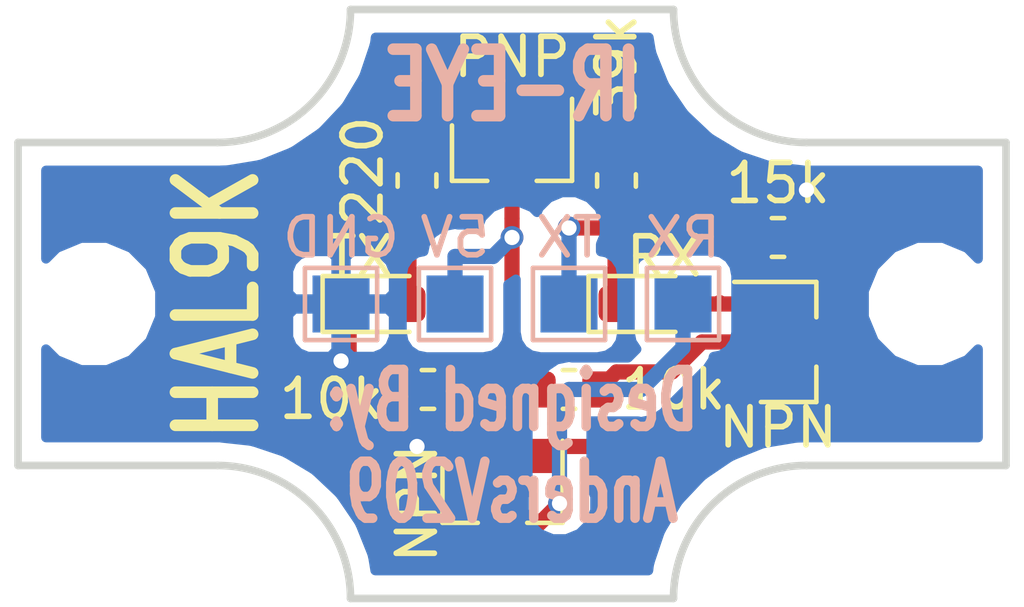
<source format=kicad_pcb>
(kicad_pcb (version 20171130) (host pcbnew "(5.0.1)-4")

  (general
    (thickness 1.6002)
    (drawings 29)
    (tracks 60)
    (zones 0)
    (modules 16)
    (nets 11)
  )

  (page A4)
  (title_block
    (date "16 jan 2014")
  )

  (layers
    (0 Front signal)
    (31 Back signal)
    (32 B.Adhes user)
    (33 F.Adhes user)
    (34 B.Paste user)
    (35 F.Paste user)
    (36 B.SilkS user)
    (37 F.SilkS user)
    (38 B.Mask user)
    (39 F.Mask user)
    (40 Dwgs.User user)
    (41 Cmts.User user hide)
    (42 Eco1.User user hide)
    (43 Eco2.User user hide)
    (44 Edge.Cuts user)
    (45 Margin user)
    (46 B.CrtYd user hide)
    (47 F.CrtYd user hide)
    (48 B.Fab user hide)
    (49 F.Fab user hide)
  )

  (setup
    (last_trace_width 0.2)
    (user_trace_width 0.3)
    (user_trace_width 0.4)
    (user_trace_width 0.6)
    (trace_clearance 0.254)
    (zone_clearance 0.508)
    (zone_45_only no)
    (trace_min 0.2)
    (segment_width 0.2)
    (edge_width 0.2)
    (via_size 0.6)
    (via_drill 0.4)
    (via_min_size 0.6)
    (via_min_drill 0.3)
    (uvia_size 0.508)
    (uvia_drill 0.127)
    (uvias_allowed no)
    (uvia_min_size 0.508)
    (uvia_min_drill 0.127)
    (pcb_text_width 0.3048)
    (pcb_text_size 1.524 2.032)
    (mod_edge_width 0.381)
    (mod_text_size 1.524 1.524)
    (mod_text_width 0.3048)
    (pad_size 1.5 1.5)
    (pad_drill 0)
    (pad_to_mask_clearance 0.254)
    (solder_mask_min_width 0.25)
    (aux_axis_origin 0 0)
    (visible_elements 7FFFFFFF)
    (pcbplotparams
      (layerselection 0x010f0_ffffffff)
      (usegerberextensions true)
      (usegerberattributes false)
      (usegerberadvancedattributes false)
      (creategerberjobfile false)
      (excludeedgelayer true)
      (linewidth 0.150000)
      (plotframeref false)
      (viasonmask false)
      (mode 1)
      (useauxorigin false)
      (hpglpennumber 1)
      (hpglpenspeed 20)
      (hpglpendiameter 15.000000)
      (psnegative false)
      (psa4output false)
      (plotreference true)
      (plotvalue true)
      (plotinvisibletext false)
      (padsonsilk false)
      (subtractmaskfromsilk false)
      (outputformat 1)
      (mirror false)
      (drillshape 0)
      (scaleselection 1)
      (outputdirectory "output/"))
  )

  (net 0 "")
  (net 1 GND)
  (net 2 RX)
  (net 3 TX)
  (net 4 +5V)
  (net 5 "Net-(Q1-Pad1)")
  (net 6 "Net-(Q1-Pad2)")
  (net 7 "Net-(Q2-Pad3)")
  (net 8 "Net-(Q2-Pad2)")
  (net 9 "Net-(D1-Pad2)")
  (net 10 "Net-(D2-Pad2)")

  (net_class Default "This is the default net class."
    (clearance 0.254)
    (trace_width 0.2)
    (via_dia 0.6)
    (via_drill 0.4)
    (uvia_dia 0.508)
    (uvia_drill 0.127)
    (add_net +5V)
    (add_net GND)
    (add_net "Net-(D1-Pad2)")
    (add_net "Net-(D2-Pad2)")
    (add_net "Net-(Q1-Pad1)")
    (add_net "Net-(Q1-Pad2)")
    (add_net "Net-(Q2-Pad2)")
    (add_net "Net-(Q2-Pad3)")
    (add_net RX)
    (add_net TX)
  )

  (module Package_TO_SOT_SMD:SOT-23 (layer Front) (tedit 5C95E356) (tstamp 5C995CE8)
    (at 45 41 270)
    (descr "SOT-23, Standard")
    (tags SOT-23)
    (path /5C8CDC16)
    (attr smd)
    (fp_text reference Q1 (at 0 -2.5 270) (layer F.Fab)
      (effects (font (size 1 1) (thickness 0.15)))
    )
    (fp_text value PNP (at -2.5 0) (layer F.SilkS)
      (effects (font (size 1 1) (thickness 0.15)))
    )
    (fp_text user %R (at 0 0) (layer F.Fab)
      (effects (font (size 0.5 0.5) (thickness 0.075)))
    )
    (fp_line (start -0.7 -0.95) (end -0.7 1.5) (layer F.Fab) (width 0.1))
    (fp_line (start -0.15 -1.52) (end 0.7 -1.52) (layer F.Fab) (width 0.1))
    (fp_line (start -0.7 -0.95) (end -0.15 -1.52) (layer F.Fab) (width 0.1))
    (fp_line (start 0.7 -1.52) (end 0.7 1.52) (layer F.Fab) (width 0.1))
    (fp_line (start -0.7 1.52) (end 0.7 1.52) (layer F.Fab) (width 0.1))
    (fp_line (start 0.76 1.58) (end 0.76 0.65) (layer F.SilkS) (width 0.12))
    (fp_line (start 0.76 -1.58) (end 0.76 -0.65) (layer F.SilkS) (width 0.12))
    (fp_line (start -1.7 -1.75) (end 1.7 -1.75) (layer F.CrtYd) (width 0.05))
    (fp_line (start 1.7 -1.75) (end 1.7 1.75) (layer F.CrtYd) (width 0.05))
    (fp_line (start 1.7 1.75) (end -1.7 1.75) (layer F.CrtYd) (width 0.05))
    (fp_line (start -1.7 1.75) (end -1.7 -1.75) (layer F.CrtYd) (width 0.05))
    (fp_line (start 0.76 -1.58) (end -1.4 -1.58) (layer F.SilkS) (width 0.12))
    (fp_line (start 0.76 1.58) (end -0.7 1.58) (layer F.SilkS) (width 0.12))
    (pad 1 smd rect (at -1 -0.95 270) (size 0.9 0.8) (layers Front F.Paste F.Mask)
      (net 5 "Net-(Q1-Pad1)"))
    (pad 2 smd rect (at -1 0.95 270) (size 0.9 0.8) (layers Front F.Paste F.Mask)
      (net 6 "Net-(Q1-Pad2)"))
    (pad 3 smd rect (at 1 0 270) (size 0.9 0.8) (layers Front F.Paste F.Mask)
      (net 4 +5V))
    (model ${KISYS3DMOD}/Package_TO_SOT_SMD.3dshapes/SOT-23.wrl
      (at (xyz 0 0 0))
      (scale (xyz 1 1 1))
      (rotate (xyz 0 0 0))
    )
  )

  (module Package_TO_SOT_SMD:SOT-23 (layer Front) (tedit 5C95E349) (tstamp 5C93D09B)
    (at 52.25 46)
    (descr "SOT-23, Standard")
    (tags SOT-23)
    (path /5C8CDE9E)
    (attr smd)
    (fp_text reference Q2 (at 0 -2.5) (layer F.Fab)
      (effects (font (size 1 1) (thickness 0.15)))
    )
    (fp_text value NPN (at -0.25 2.25) (layer F.SilkS)
      (effects (font (size 1 1) (thickness 0.15)))
    )
    (fp_line (start 0.76 1.58) (end -0.7 1.58) (layer F.SilkS) (width 0.12))
    (fp_line (start 0.76 -1.58) (end -1.4 -1.58) (layer F.SilkS) (width 0.12))
    (fp_line (start -1.7 1.75) (end -1.7 -1.75) (layer F.CrtYd) (width 0.05))
    (fp_line (start 1.7 1.75) (end -1.7 1.75) (layer F.CrtYd) (width 0.05))
    (fp_line (start 1.7 -1.75) (end 1.7 1.75) (layer F.CrtYd) (width 0.05))
    (fp_line (start -1.7 -1.75) (end 1.7 -1.75) (layer F.CrtYd) (width 0.05))
    (fp_line (start 0.76 -1.58) (end 0.76 -0.65) (layer F.SilkS) (width 0.12))
    (fp_line (start 0.76 1.58) (end 0.76 0.65) (layer F.SilkS) (width 0.12))
    (fp_line (start -0.7 1.52) (end 0.7 1.52) (layer F.Fab) (width 0.1))
    (fp_line (start 0.7 -1.52) (end 0.7 1.52) (layer F.Fab) (width 0.1))
    (fp_line (start -0.7 -0.95) (end -0.15 -1.52) (layer F.Fab) (width 0.1))
    (fp_line (start -0.15 -1.52) (end 0.7 -1.52) (layer F.Fab) (width 0.1))
    (fp_line (start -0.7 -0.95) (end -0.7 1.5) (layer F.Fab) (width 0.1))
    (fp_text user %R (at 0 0 90) (layer F.Fab)
      (effects (font (size 0.5 0.5) (thickness 0.075)))
    )
    (pad 3 smd rect (at 1 0) (size 0.9 0.8) (layers Front F.Paste F.Mask)
      (net 7 "Net-(Q2-Pad3)"))
    (pad 2 smd rect (at -1 0.95) (size 0.9 0.8) (layers Front F.Paste F.Mask)
      (net 8 "Net-(Q2-Pad2)"))
    (pad 1 smd rect (at -1 -0.95) (size 0.9 0.8) (layers Front F.Paste F.Mask)
      (net 10 "Net-(D2-Pad2)"))
    (model ${KISYS3DMOD}/Package_TO_SOT_SMD.3dshapes/SOT-23.wrl
      (at (xyz 0 0 0))
      (scale (xyz 1 1 1))
      (rotate (xyz 0 0 0))
    )
  )

  (module Package_TO_SOT_SMD:SOT-23 (layer Front) (tedit 5C95E338) (tstamp 5C996A8F)
    (at 44.75 50 270)
    (descr "SOT-23, Standard")
    (tags SOT-23)
    (path /5C8CDF18)
    (attr smd)
    (fp_text reference Q3 (at 0 -2.5 270) (layer F.Fab)
      (effects (font (size 1 1) (thickness 0.15)))
    )
    (fp_text value NPN (at 0.25 2.25 270) (layer F.SilkS)
      (effects (font (size 1 1) (thickness 0.15)))
    )
    (fp_text user %R (at 0 0) (layer F.Fab)
      (effects (font (size 0.5 0.5) (thickness 0.075)))
    )
    (fp_line (start -0.7 -0.95) (end -0.7 1.5) (layer F.Fab) (width 0.1))
    (fp_line (start -0.15 -1.52) (end 0.7 -1.52) (layer F.Fab) (width 0.1))
    (fp_line (start -0.7 -0.95) (end -0.15 -1.52) (layer F.Fab) (width 0.1))
    (fp_line (start 0.7 -1.52) (end 0.7 1.52) (layer F.Fab) (width 0.1))
    (fp_line (start -0.7 1.52) (end 0.7 1.52) (layer F.Fab) (width 0.1))
    (fp_line (start 0.76 1.58) (end 0.76 0.65) (layer F.SilkS) (width 0.12))
    (fp_line (start 0.76 -1.58) (end 0.76 -0.65) (layer F.SilkS) (width 0.12))
    (fp_line (start -1.7 -1.75) (end 1.7 -1.75) (layer F.CrtYd) (width 0.05))
    (fp_line (start 1.7 -1.75) (end 1.7 1.75) (layer F.CrtYd) (width 0.05))
    (fp_line (start 1.7 1.75) (end -1.7 1.75) (layer F.CrtYd) (width 0.05))
    (fp_line (start -1.7 1.75) (end -1.7 -1.75) (layer F.CrtYd) (width 0.05))
    (fp_line (start 0.76 -1.58) (end -1.4 -1.58) (layer F.SilkS) (width 0.12))
    (fp_line (start 0.76 1.58) (end -0.7 1.58) (layer F.SilkS) (width 0.12))
    (pad 1 smd rect (at -1 -0.95 270) (size 0.9 0.8) (layers Front F.Paste F.Mask)
      (net 8 "Net-(Q2-Pad2)"))
    (pad 2 smd rect (at -1 0.95 270) (size 0.9 0.8) (layers Front F.Paste F.Mask)
      (net 1 GND))
    (pad 3 smd rect (at 1 0 270) (size 0.9 0.8) (layers Front F.Paste F.Mask)
      (net 2 RX))
    (model ${KISYS3DMOD}/Package_TO_SOT_SMD.3dshapes/SOT-23.wrl
      (at (xyz 0 0 0))
      (scale (xyz 1 1 1))
      (rotate (xyz 0 0 0))
    )
  )

  (module Resistor_SMD:R_0603_1608Metric (layer Front) (tedit 5C95E2BF) (tstamp 5CA05277)
    (at 47.75 41.75 90)
    (descr "Resistor SMD 0603 (1608 Metric), square (rectangular) end terminal, IPC_7351 nominal, (Body size source: http://www.tortai-tech.com/upload/download/2011102023233369053.pdf), generated with kicad-footprint-generator")
    (tags resistor)
    (path /51D5D637)
    (attr smd)
    (fp_text reference R1 (at 0 -1.43 90) (layer F.Fab)
      (effects (font (size 1 1) (thickness 0.15)))
    )
    (fp_text value 39k (at 3 0 90) (layer F.SilkS)
      (effects (font (size 1 1) (thickness 0.15)))
    )
    (fp_line (start -0.8 0.4) (end -0.8 -0.4) (layer F.Fab) (width 0.1))
    (fp_line (start -0.8 -0.4) (end 0.8 -0.4) (layer F.Fab) (width 0.1))
    (fp_line (start 0.8 -0.4) (end 0.8 0.4) (layer F.Fab) (width 0.1))
    (fp_line (start 0.8 0.4) (end -0.8 0.4) (layer F.Fab) (width 0.1))
    (fp_line (start -0.162779 -0.51) (end 0.162779 -0.51) (layer F.SilkS) (width 0.12))
    (fp_line (start -0.162779 0.51) (end 0.162779 0.51) (layer F.SilkS) (width 0.12))
    (fp_line (start -1.48 0.73) (end -1.48 -0.73) (layer F.CrtYd) (width 0.05))
    (fp_line (start -1.48 -0.73) (end 1.48 -0.73) (layer F.CrtYd) (width 0.05))
    (fp_line (start 1.48 -0.73) (end 1.48 0.73) (layer F.CrtYd) (width 0.05))
    (fp_line (start 1.48 0.73) (end -1.48 0.73) (layer F.CrtYd) (width 0.05))
    (fp_text user %R (at 0 0 90) (layer F.Fab)
      (effects (font (size 0.4 0.4) (thickness 0.06)))
    )
    (pad 1 smd roundrect (at -0.7875 0 90) (size 0.875 0.95) (layers Front F.Paste F.Mask) (roundrect_rratio 0.25)
      (net 3 TX))
    (pad 2 smd roundrect (at 0.7875 0 90) (size 0.875 0.95) (layers Front F.Paste F.Mask) (roundrect_rratio 0.25)
      (net 5 "Net-(Q1-Pad1)"))
    (model ${KISYS3DMOD}/Resistor_SMD.3dshapes/R_0603_1608Metric.wrl
      (at (xyz 0 0 0))
      (scale (xyz 1 1 1))
      (rotate (xyz 0 0 0))
    )
  )

  (module Resistor_SMD:R_0603_1608Metric (layer Front) (tedit 5C95E2B6) (tstamp 5CA05287)
    (at 42.5 41.75 270)
    (descr "Resistor SMD 0603 (1608 Metric), square (rectangular) end terminal, IPC_7351 nominal, (Body size source: http://www.tortai-tech.com/upload/download/2011102023233369053.pdf), generated with kicad-footprint-generator")
    (tags resistor)
    (path /51D5D6E0)
    (attr smd)
    (fp_text reference R2 (at 0 -1.43 270) (layer F.Fab)
      (effects (font (size 1 1) (thickness 0.15)))
    )
    (fp_text value 220 (at -0.25 1.43 270) (layer F.SilkS)
      (effects (font (size 1 1) (thickness 0.15)))
    )
    (fp_text user %R (at 0 0 270) (layer F.Fab)
      (effects (font (size 0.4 0.4) (thickness 0.06)))
    )
    (fp_line (start 1.48 0.73) (end -1.48 0.73) (layer F.CrtYd) (width 0.05))
    (fp_line (start 1.48 -0.73) (end 1.48 0.73) (layer F.CrtYd) (width 0.05))
    (fp_line (start -1.48 -0.73) (end 1.48 -0.73) (layer F.CrtYd) (width 0.05))
    (fp_line (start -1.48 0.73) (end -1.48 -0.73) (layer F.CrtYd) (width 0.05))
    (fp_line (start -0.162779 0.51) (end 0.162779 0.51) (layer F.SilkS) (width 0.12))
    (fp_line (start -0.162779 -0.51) (end 0.162779 -0.51) (layer F.SilkS) (width 0.12))
    (fp_line (start 0.8 0.4) (end -0.8 0.4) (layer F.Fab) (width 0.1))
    (fp_line (start 0.8 -0.4) (end 0.8 0.4) (layer F.Fab) (width 0.1))
    (fp_line (start -0.8 -0.4) (end 0.8 -0.4) (layer F.Fab) (width 0.1))
    (fp_line (start -0.8 0.4) (end -0.8 -0.4) (layer F.Fab) (width 0.1))
    (pad 2 smd roundrect (at 0.7875 0 270) (size 0.875 0.95) (layers Front F.Paste F.Mask) (roundrect_rratio 0.25)
      (net 9 "Net-(D1-Pad2)"))
    (pad 1 smd roundrect (at -0.7875 0 270) (size 0.875 0.95) (layers Front F.Paste F.Mask) (roundrect_rratio 0.25)
      (net 6 "Net-(Q1-Pad2)"))
    (model ${KISYS3DMOD}/Resistor_SMD.3dshapes/R_0603_1608Metric.wrl
      (at (xyz 0 0 0))
      (scale (xyz 1 1 1))
      (rotate (xyz 0 0 0))
    )
  )

  (module Resistor_SMD:R_0603_1608Metric (layer Front) (tedit 5C95E2C9) (tstamp 5CA05297)
    (at 52 43.25 180)
    (descr "Resistor SMD 0603 (1608 Metric), square (rectangular) end terminal, IPC_7351 nominal, (Body size source: http://www.tortai-tech.com/upload/download/2011102023233369053.pdf), generated with kicad-footprint-generator")
    (tags resistor)
    (path /51FBDA21)
    (attr smd)
    (fp_text reference R3 (at 0 -1.43 180) (layer F.Fab)
      (effects (font (size 1 1) (thickness 0.15)))
    )
    (fp_text value 15k (at 0 1.43 180) (layer F.SilkS)
      (effects (font (size 1 1) (thickness 0.15)))
    )
    (fp_line (start -0.8 0.4) (end -0.8 -0.4) (layer F.Fab) (width 0.1))
    (fp_line (start -0.8 -0.4) (end 0.8 -0.4) (layer F.Fab) (width 0.1))
    (fp_line (start 0.8 -0.4) (end 0.8 0.4) (layer F.Fab) (width 0.1))
    (fp_line (start 0.8 0.4) (end -0.8 0.4) (layer F.Fab) (width 0.1))
    (fp_line (start -0.162779 -0.51) (end 0.162779 -0.51) (layer F.SilkS) (width 0.12))
    (fp_line (start -0.162779 0.51) (end 0.162779 0.51) (layer F.SilkS) (width 0.12))
    (fp_line (start -1.48 0.73) (end -1.48 -0.73) (layer F.CrtYd) (width 0.05))
    (fp_line (start -1.48 -0.73) (end 1.48 -0.73) (layer F.CrtYd) (width 0.05))
    (fp_line (start 1.48 -0.73) (end 1.48 0.73) (layer F.CrtYd) (width 0.05))
    (fp_line (start 1.48 0.73) (end -1.48 0.73) (layer F.CrtYd) (width 0.05))
    (fp_text user %R (at 0 0 180) (layer F.Fab)
      (effects (font (size 0.4 0.4) (thickness 0.06)))
    )
    (pad 1 smd roundrect (at -0.7875 0 180) (size 0.875 0.95) (layers Front F.Paste F.Mask) (roundrect_rratio 0.25)
      (net 1 GND))
    (pad 2 smd roundrect (at 0.7875 0 180) (size 0.875 0.95) (layers Front F.Paste F.Mask) (roundrect_rratio 0.25)
      (net 10 "Net-(D2-Pad2)"))
    (model ${KISYS3DMOD}/Resistor_SMD.3dshapes/R_0603_1608Metric.wrl
      (at (xyz 0 0 0))
      (scale (xyz 1 1 1))
      (rotate (xyz 0 0 0))
    )
  )

  (module Resistor_SMD:R_0603_1608Metric (layer Front) (tedit 5C95E2D2) (tstamp 5CA052A7)
    (at 46.5 47.25 180)
    (descr "Resistor SMD 0603 (1608 Metric), square (rectangular) end terminal, IPC_7351 nominal, (Body size source: http://www.tortai-tech.com/upload/download/2011102023233369053.pdf), generated with kicad-footprint-generator")
    (tags resistor)
    (path /52CEFDF5)
    (attr smd)
    (fp_text reference R4 (at 0 -1.43 180) (layer F.Fab)
      (effects (font (size 1 1) (thickness 0.15)))
    )
    (fp_text value 10k (at -2.75 0 180) (layer F.SilkS)
      (effects (font (size 1 1) (thickness 0.15)))
    )
    (fp_line (start -0.8 0.4) (end -0.8 -0.4) (layer F.Fab) (width 0.1))
    (fp_line (start -0.8 -0.4) (end 0.8 -0.4) (layer F.Fab) (width 0.1))
    (fp_line (start 0.8 -0.4) (end 0.8 0.4) (layer F.Fab) (width 0.1))
    (fp_line (start 0.8 0.4) (end -0.8 0.4) (layer F.Fab) (width 0.1))
    (fp_line (start -0.162779 -0.51) (end 0.162779 -0.51) (layer F.SilkS) (width 0.12))
    (fp_line (start -0.162779 0.51) (end 0.162779 0.51) (layer F.SilkS) (width 0.12))
    (fp_line (start -1.48 0.73) (end -1.48 -0.73) (layer F.CrtYd) (width 0.05))
    (fp_line (start -1.48 -0.73) (end 1.48 -0.73) (layer F.CrtYd) (width 0.05))
    (fp_line (start 1.48 -0.73) (end 1.48 0.73) (layer F.CrtYd) (width 0.05))
    (fp_line (start 1.48 0.73) (end -1.48 0.73) (layer F.CrtYd) (width 0.05))
    (fp_text user %R (at 0 0 180) (layer F.Fab)
      (effects (font (size 0.4 0.4) (thickness 0.06)))
    )
    (pad 1 smd roundrect (at -0.7875 0 180) (size 0.875 0.95) (layers Front F.Paste F.Mask) (roundrect_rratio 0.25)
      (net 7 "Net-(Q2-Pad3)"))
    (pad 2 smd roundrect (at 0.7875 0 180) (size 0.875 0.95) (layers Front F.Paste F.Mask) (roundrect_rratio 0.25)
      (net 4 +5V))
    (model ${KISYS3DMOD}/Resistor_SMD.3dshapes/R_0603_1608Metric.wrl
      (at (xyz 0 0 0))
      (scale (xyz 1 1 1))
      (rotate (xyz 0 0 0))
    )
  )

  (module Resistor_SMD:R_0603_1608Metric (layer Front) (tedit 5C95E2DA) (tstamp 5CA05D41)
    (at 42.7875 47.25)
    (descr "Resistor SMD 0603 (1608 Metric), square (rectangular) end terminal, IPC_7351 nominal, (Body size source: http://www.tortai-tech.com/upload/download/2011102023233369053.pdf), generated with kicad-footprint-generator")
    (tags resistor)
    (path /51FBDAB3)
    (attr smd)
    (fp_text reference R5 (at 0 -1.43) (layer F.Fab)
      (effects (font (size 1 1) (thickness 0.15)))
    )
    (fp_text value 10k (at -2.5375 0.25) (layer F.SilkS)
      (effects (font (size 1 1) (thickness 0.15)))
    )
    (fp_text user %R (at 0 0) (layer F.Fab)
      (effects (font (size 0.4 0.4) (thickness 0.06)))
    )
    (fp_line (start 1.48 0.73) (end -1.48 0.73) (layer F.CrtYd) (width 0.05))
    (fp_line (start 1.48 -0.73) (end 1.48 0.73) (layer F.CrtYd) (width 0.05))
    (fp_line (start -1.48 -0.73) (end 1.48 -0.73) (layer F.CrtYd) (width 0.05))
    (fp_line (start -1.48 0.73) (end -1.48 -0.73) (layer F.CrtYd) (width 0.05))
    (fp_line (start -0.162779 0.51) (end 0.162779 0.51) (layer F.SilkS) (width 0.12))
    (fp_line (start -0.162779 -0.51) (end 0.162779 -0.51) (layer F.SilkS) (width 0.12))
    (fp_line (start 0.8 0.4) (end -0.8 0.4) (layer F.Fab) (width 0.1))
    (fp_line (start 0.8 -0.4) (end 0.8 0.4) (layer F.Fab) (width 0.1))
    (fp_line (start -0.8 -0.4) (end 0.8 -0.4) (layer F.Fab) (width 0.1))
    (fp_line (start -0.8 0.4) (end -0.8 -0.4) (layer F.Fab) (width 0.1))
    (pad 2 smd roundrect (at 0.7875 0) (size 0.875 0.95) (layers Front F.Paste F.Mask) (roundrect_rratio 0.25)
      (net 4 +5V))
    (pad 1 smd roundrect (at -0.7875 0) (size 0.875 0.95) (layers Front F.Paste F.Mask) (roundrect_rratio 0.25)
      (net 2 RX))
    (model ${KISYS3DMOD}/Resistor_SMD.3dshapes/R_0603_1608Metric.wrl
      (at (xyz 0 0 0))
      (scale (xyz 1 1 1))
      (rotate (xyz 0 0 0))
    )
  )

  (module MountingHole:MountingHole_2.2mm_M2 (layer Front) (tedit 5C95E2A1) (tstamp 5CA06C90)
    (at 34 45)
    (descr "Mounting Hole 2.2mm, no annular, M2")
    (tags "mounting hole 2.2mm no annular m2")
    (path /5C93F3AA)
    (attr virtual)
    (fp_text reference H1 (at 0 -3.2) (layer F.Fab)
      (effects (font (size 1 1) (thickness 0.15)))
    )
    (fp_text value MountingHole (at 0 3.2) (layer F.Fab)
      (effects (font (size 1 1) (thickness 0.15)))
    )
    (fp_text user %R (at 0.3 0) (layer F.Fab)
      (effects (font (size 1 1) (thickness 0.15)))
    )
    (fp_circle (center 0 0) (end 2.2 0) (layer Cmts.User) (width 0.15))
    (fp_circle (center 0 0) (end 2.45 0) (layer F.CrtYd) (width 0.05))
    (pad 1 np_thru_hole circle (at 0 0) (size 2.2 2.2) (drill 2.2) (layers *.Cu *.Mask))
  )

  (module MountingHole:MountingHole_2.2mm_M2 (layer Front) (tedit 5C95E29D) (tstamp 5CA06C98)
    (at 56 45)
    (descr "Mounting Hole 2.2mm, no annular, M2")
    (tags "mounting hole 2.2mm no annular m2")
    (path /5C93F4E8)
    (attr virtual)
    (fp_text reference H2 (at 0 -3.2) (layer F.Fab)
      (effects (font (size 1 1) (thickness 0.15)))
    )
    (fp_text value MountingHole (at 0 3.2) (layer F.Fab)
      (effects (font (size 1 1) (thickness 0.15)))
    )
    (fp_circle (center 0 0) (end 2.45 0) (layer F.CrtYd) (width 0.05))
    (fp_circle (center 0 0) (end 2.2 0) (layer Cmts.User) (width 0.15))
    (fp_text user %R (at 0.3 0) (layer F.Fab)
      (effects (font (size 1 1) (thickness 0.15)))
    )
    (pad 1 np_thru_hole circle (at 0 0) (size 2.2 2.2) (drill 2.2) (layers *.Cu *.Mask))
  )

  (module TestPoint:TestPoint_Pad_1.5x1.5mm (layer Back) (tedit 5C95E0D9) (tstamp 5C95DF2E)
    (at 40.5 45)
    (descr "SMD rectangular pad as test Point, square 1.5mm side length")
    (tags "test point SMD pad rectangle square")
    (path /5C93FBE8)
    (attr virtual)
    (fp_text reference J1 (at 0 1.648) (layer B.Fab)
      (effects (font (size 1 1) (thickness 0.15)) (justify mirror))
    )
    (fp_text value GND (at 0 -1.75) (layer B.SilkS)
      (effects (font (size 1 1) (thickness 0.15)) (justify mirror))
    )
    (fp_line (start 1.25 -1.25) (end -1.25 -1.25) (layer B.CrtYd) (width 0.05))
    (fp_line (start 1.25 -1.25) (end 1.25 1.25) (layer B.CrtYd) (width 0.05))
    (fp_line (start -1.25 1.25) (end -1.25 -1.25) (layer B.CrtYd) (width 0.05))
    (fp_line (start -1.25 1.25) (end 1.25 1.25) (layer B.CrtYd) (width 0.05))
    (fp_line (start -0.95 -0.95) (end -0.95 0.95) (layer B.SilkS) (width 0.12))
    (fp_line (start 0.95 -0.95) (end -0.95 -0.95) (layer B.SilkS) (width 0.12))
    (fp_line (start 0.95 0.95) (end 0.95 -0.95) (layer B.SilkS) (width 0.12))
    (fp_line (start -0.95 0.95) (end 0.95 0.95) (layer B.SilkS) (width 0.12))
    (fp_text user %R (at 0 1.65) (layer B.Fab)
      (effects (font (size 1 1) (thickness 0.15)) (justify mirror))
    )
    (pad 1 smd rect (at 0 0) (size 1.5 1.5) (layers Back B.Mask)
      (net 1 GND))
  )

  (module TestPoint:TestPoint_Pad_1.5x1.5mm (layer Back) (tedit 5C95E137) (tstamp 5C95DF3C)
    (at 43.5 45)
    (descr "SMD rectangular pad as test Point, square 1.5mm side length")
    (tags "test point SMD pad rectangle square")
    (path /5C93FC78)
    (attr virtual)
    (fp_text reference J2 (at 0 1.648) (layer B.Fab)
      (effects (font (size 1 1) (thickness 0.15)) (justify mirror))
    )
    (fp_text value 5V (at 0 -1.75) (layer B.SilkS)
      (effects (font (size 1 1) (thickness 0.15)) (justify mirror))
    )
    (fp_text user %R (at 0 1.65) (layer B.Fab)
      (effects (font (size 1 1) (thickness 0.15)) (justify mirror))
    )
    (fp_line (start -0.95 0.95) (end 0.95 0.95) (layer B.SilkS) (width 0.12))
    (fp_line (start 0.95 0.95) (end 0.95 -0.95) (layer B.SilkS) (width 0.12))
    (fp_line (start 0.95 -0.95) (end -0.95 -0.95) (layer B.SilkS) (width 0.12))
    (fp_line (start -0.95 -0.95) (end -0.95 0.95) (layer B.SilkS) (width 0.12))
    (fp_line (start -1.25 1.25) (end 1.25 1.25) (layer B.CrtYd) (width 0.05))
    (fp_line (start -1.25 1.25) (end -1.25 -1.25) (layer B.CrtYd) (width 0.05))
    (fp_line (start 1.25 -1.25) (end 1.25 1.25) (layer B.CrtYd) (width 0.05))
    (fp_line (start 1.25 -1.25) (end -1.25 -1.25) (layer B.CrtYd) (width 0.05))
    (pad 1 smd rect (at 0 0) (size 1.5 1.5) (layers Back B.Mask)
      (net 4 +5V))
  )

  (module TestPoint:TestPoint_Pad_1.5x1.5mm (layer Back) (tedit 5C95E0DF) (tstamp 5C95DF4A)
    (at 46.5 45)
    (descr "SMD rectangular pad as test Point, square 1.5mm side length")
    (tags "test point SMD pad rectangle square")
    (path /5C93FCA4)
    (attr virtual)
    (fp_text reference J3 (at 0 1.648) (layer B.Fab)
      (effects (font (size 1 1) (thickness 0.15)) (justify mirror))
    )
    (fp_text value TX (at 0 -1.75) (layer B.SilkS)
      (effects (font (size 1 1) (thickness 0.15)) (justify mirror))
    )
    (fp_line (start 1.25 -1.25) (end -1.25 -1.25) (layer B.CrtYd) (width 0.05))
    (fp_line (start 1.25 -1.25) (end 1.25 1.25) (layer B.CrtYd) (width 0.05))
    (fp_line (start -1.25 1.25) (end -1.25 -1.25) (layer B.CrtYd) (width 0.05))
    (fp_line (start -1.25 1.25) (end 1.25 1.25) (layer B.CrtYd) (width 0.05))
    (fp_line (start -0.95 -0.95) (end -0.95 0.95) (layer B.SilkS) (width 0.12))
    (fp_line (start 0.95 -0.95) (end -0.95 -0.95) (layer B.SilkS) (width 0.12))
    (fp_line (start 0.95 0.95) (end 0.95 -0.95) (layer B.SilkS) (width 0.12))
    (fp_line (start -0.95 0.95) (end 0.95 0.95) (layer B.SilkS) (width 0.12))
    (fp_text user %R (at 0 1.65) (layer B.Fab)
      (effects (font (size 1 1) (thickness 0.15)) (justify mirror))
    )
    (pad 1 smd rect (at 0 0) (size 1.5 1.5) (layers Back B.Mask)
      (net 3 TX))
  )

  (module TestPoint:TestPoint_Pad_1.5x1.5mm (layer Back) (tedit 5C95E13D) (tstamp 5C95DF58)
    (at 49.5 45)
    (descr "SMD rectangular pad as test Point, square 1.5mm side length")
    (tags "test point SMD pad rectangle square")
    (path /5C93FCD2)
    (attr virtual)
    (fp_text reference J4 (at 0 1.648) (layer B.Fab)
      (effects (font (size 1 1) (thickness 0.15)) (justify mirror))
    )
    (fp_text value RX (at 0 -1.75) (layer B.SilkS)
      (effects (font (size 1 1) (thickness 0.15)) (justify mirror))
    )
    (fp_text user %R (at 0 1.65) (layer B.Fab)
      (effects (font (size 1 1) (thickness 0.15)) (justify mirror))
    )
    (fp_line (start -0.95 0.95) (end 0.95 0.95) (layer B.SilkS) (width 0.12))
    (fp_line (start 0.95 0.95) (end 0.95 -0.95) (layer B.SilkS) (width 0.12))
    (fp_line (start 0.95 -0.95) (end -0.95 -0.95) (layer B.SilkS) (width 0.12))
    (fp_line (start -0.95 -0.95) (end -0.95 0.95) (layer B.SilkS) (width 0.12))
    (fp_line (start -1.25 1.25) (end 1.25 1.25) (layer B.CrtYd) (width 0.05))
    (fp_line (start -1.25 1.25) (end -1.25 -1.25) (layer B.CrtYd) (width 0.05))
    (fp_line (start 1.25 -1.25) (end 1.25 1.25) (layer B.CrtYd) (width 0.05))
    (fp_line (start 1.25 -1.25) (end -1.25 -1.25) (layer B.CrtYd) (width 0.05))
    (pad 1 smd rect (at 0 0) (size 1.5 1.5) (layers Back B.Mask)
      (net 2 RX))
  )

  (module LED_SMD:LED_0603_1608Metric (layer Front) (tedit 5C96380B) (tstamp 5CA2BC88)
    (at 41.5 45)
    (descr "LED SMD 0603 (1608 Metric), square (rectangular) end terminal, IPC_7351 nominal, (Body size source: http://www.tortai-tech.com/upload/download/2011102023233369053.pdf), generated with kicad-footprint-generator")
    (tags diode)
    (path /59706A67)
    (attr smd)
    (fp_text reference D1 (at 0 -1.43) (layer F.Fab)
      (effects (font (size 1 1) (thickness 0.15)))
    )
    (fp_text value TX (at -0.5 -1.25) (layer F.SilkS)
      (effects (font (size 1 1) (thickness 0.15)))
    )
    (fp_line (start 0.8 -0.4) (end -0.5 -0.4) (layer F.Fab) (width 0.1))
    (fp_line (start -0.5 -0.4) (end -0.8 -0.1) (layer F.Fab) (width 0.1))
    (fp_line (start -0.8 -0.1) (end -0.8 0.4) (layer F.Fab) (width 0.1))
    (fp_line (start -0.8 0.4) (end 0.8 0.4) (layer F.Fab) (width 0.1))
    (fp_line (start 0.8 0.4) (end 0.8 -0.4) (layer F.Fab) (width 0.1))
    (fp_line (start 0.8 -0.735) (end -1.485 -0.735) (layer F.SilkS) (width 0.12))
    (fp_line (start -1.485 -0.735) (end -1.485 0.735) (layer F.SilkS) (width 0.12))
    (fp_line (start -1.485 0.735) (end 0.8 0.735) (layer F.SilkS) (width 0.12))
    (fp_line (start -1.48 0.73) (end -1.48 -0.73) (layer F.CrtYd) (width 0.05))
    (fp_line (start -1.48 -0.73) (end 1.48 -0.73) (layer F.CrtYd) (width 0.05))
    (fp_line (start 1.48 -0.73) (end 1.48 0.73) (layer F.CrtYd) (width 0.05))
    (fp_line (start 1.48 0.73) (end -1.48 0.73) (layer F.CrtYd) (width 0.05))
    (fp_text user %R (at 0 0) (layer F.Fab)
      (effects (font (size 0.4 0.4) (thickness 0.06)))
    )
    (pad 1 smd roundrect (at -0.7875 0) (size 0.875 0.95) (layers Front F.Paste F.Mask) (roundrect_rratio 0.25)
      (net 1 GND))
    (pad 2 smd roundrect (at 0.7875 0) (size 0.875 0.95) (layers Front F.Paste F.Mask) (roundrect_rratio 0.25)
      (net 9 "Net-(D1-Pad2)"))
    (model ${KISYS3DMOD}/LED_SMD.3dshapes/LED_0603_1608Metric.wrl
      (at (xyz 0 0 0))
      (scale (xyz 1 1 1))
      (rotate (xyz 0 0 0))
    )
  )

  (module LED_SMD:LED_0603_1608Metric (layer Front) (tedit 5C9637FB) (tstamp 5CA2BC9B)
    (at 48.5 45)
    (descr "LED SMD 0603 (1608 Metric), square (rectangular) end terminal, IPC_7351 nominal, (Body size source: http://www.tortai-tech.com/upload/download/2011102023233369053.pdf), generated with kicad-footprint-generator")
    (tags diode)
    (path /59706C4F)
    (attr smd)
    (fp_text reference D2 (at 0 -1.43) (layer F.Fab)
      (effects (font (size 1 1) (thickness 0.15)))
    )
    (fp_text value RX (at 0.5 -1.25) (layer F.SilkS)
      (effects (font (size 1 1) (thickness 0.15)))
    )
    (fp_text user %R (at 0 0) (layer F.Fab)
      (effects (font (size 0.4 0.4) (thickness 0.06)))
    )
    (fp_line (start 1.48 0.73) (end -1.48 0.73) (layer F.CrtYd) (width 0.05))
    (fp_line (start 1.48 -0.73) (end 1.48 0.73) (layer F.CrtYd) (width 0.05))
    (fp_line (start -1.48 -0.73) (end 1.48 -0.73) (layer F.CrtYd) (width 0.05))
    (fp_line (start -1.48 0.73) (end -1.48 -0.73) (layer F.CrtYd) (width 0.05))
    (fp_line (start -1.485 0.735) (end 0.8 0.735) (layer F.SilkS) (width 0.12))
    (fp_line (start -1.485 -0.735) (end -1.485 0.735) (layer F.SilkS) (width 0.12))
    (fp_line (start 0.8 -0.735) (end -1.485 -0.735) (layer F.SilkS) (width 0.12))
    (fp_line (start 0.8 0.4) (end 0.8 -0.4) (layer F.Fab) (width 0.1))
    (fp_line (start -0.8 0.4) (end 0.8 0.4) (layer F.Fab) (width 0.1))
    (fp_line (start -0.8 -0.1) (end -0.8 0.4) (layer F.Fab) (width 0.1))
    (fp_line (start -0.5 -0.4) (end -0.8 -0.1) (layer F.Fab) (width 0.1))
    (fp_line (start 0.8 -0.4) (end -0.5 -0.4) (layer F.Fab) (width 0.1))
    (pad 2 smd roundrect (at 0.7875 0) (size 0.875 0.95) (layers Front F.Paste F.Mask) (roundrect_rratio 0.25)
      (net 10 "Net-(D2-Pad2)"))
    (pad 1 smd roundrect (at -0.7875 0) (size 0.875 0.95) (layers Front F.Paste F.Mask) (roundrect_rratio 0.25)
      (net 3 TX))
    (model ${KISYS3DMOD}/LED_SMD.3dshapes/LED_0603_1608Metric.wrl
      (at (xyz 0 0 0))
      (scale (xyz 1 1 1))
      (rotate (xyz 0 0 0))
    )
  )

  (gr_text IR-EYE (at 45 39.25) (layer B.SilkS)
    (effects (font (size 1.75 1.25) (thickness 0.3048)) (justify mirror))
  )
  (gr_text "Designed By:\nAndersV209\n" (at 45 48.75) (layer B.SilkS)
    (effects (font (size 1.5 1) (thickness 0.25)) (justify mirror))
  )
  (gr_text HAL9K (at 37 45 270) (layer B.Mask) (tstamp 5CA2B951)
    (effects (font (size 2.032 1.524) (thickness 0.3048)) (justify mirror))
  )
  (gr_text HAL9K (at 37.25 45 90) (layer F.SilkS)
    (effects (font (size 2.032 1.524) (thickness 0.3048)))
  )
  (gr_line (start 32 49.25) (end 37.25 49.25) (layer Edge.Cuts) (width 0.2))
  (gr_line (start 32 40.75) (end 32 49.25) (layer Edge.Cuts) (width 0.2))
  (gr_line (start 37.25 40.75) (end 32 40.75) (layer Edge.Cuts) (width 0.2))
  (gr_line (start 52.75 49.25) (end 58 49.25) (layer Edge.Cuts) (width 0.2))
  (gr_line (start 58 40.75) (end 52.75 40.75) (layer Edge.Cuts) (width 0.2))
  (gr_line (start 58 49.25) (end 58 40.75) (layer Edge.Cuts) (width 0.2))
  (gr_line (start 49.25 37.25) (end 40.75 37.25) (layer Edge.Cuts) (width 0.2))
  (gr_line (start 40.75 52.75) (end 49.25 52.75) (layer Edge.Cuts) (width 0.2))
  (gr_line (start 52.75 37.25) (end 37.25 52.75) (layer Eco1.User) (width 0.2))
  (gr_line (start 52.75 52.75) (end 37.25 37.25) (layer Eco1.User) (width 0.2))
  (gr_arc (start 52.75 52.75) (end 52.75 49.25) (angle -90) (layer Edge.Cuts) (width 0.2))
  (gr_arc (start 37.25 52.75) (end 40.75 52.75) (angle -90) (layer Edge.Cuts) (width 0.2))
  (gr_arc (start 37.25 37.25) (end 37.25 40.75) (angle -90) (layer Edge.Cuts) (width 0.2))
  (gr_arc (start 52.75 37.25) (end 49.25 37.25) (angle -90) (layer Edge.Cuts) (width 0.2))
  (gr_line (start 52.75 52.75) (end 52.75 49.25) (layer Eco1.User) (width 0.2))
  (gr_line (start 37.25 52.75) (end 52.75 52.75) (layer Eco1.User) (width 0.2))
  (gr_line (start 37.25 37.25) (end 37.25 52.75) (layer Eco1.User) (width 0.2))
  (gr_line (start 52.75 37.25) (end 37.25 37.25) (layer Eco1.User) (width 0.2))
  (gr_line (start 52.75 40.75) (end 52.75 37.25) (layer Eco1.User) (width 0.2))
  (gr_circle (center 45 45) (end 58 45) (layer Eco2.User) (width 0.2))
  (gr_circle (center 52.75 52.75) (end 56.25 52.75) (layer Eco2.User) (width 0.2) (tstamp 5CA05129))
  (gr_circle (center 37.25 52.75) (end 40.75 52.75) (layer Eco2.User) (width 0.2) (tstamp 5CA05355))
  (gr_circle (center 37.25 37.25) (end 40.75 37.25) (layer Eco2.User) (width 0.2) (tstamp 5CA05354))
  (gr_circle (center 52.75 37.25) (end 56.25 37.25) (layer Eco2.User) (width 0.2) (tstamp 5CA05353))
  (gr_circle (center 45 45) (end 56 45) (layer Eco1.User) (width 0.2))

  (via (at 52.75 42) (size 0.6) (drill 0.4) (layers Front Back) (net 1))
  (segment (start 52.7875 43.25) (end 52.7875 42.0375) (width 0.4) (layer Front) (net 1))
  (segment (start 52.7875 42.0375) (end 52.75 42) (width 0.4) (layer Front) (net 1))
  (via (at 40.5 46.5) (size 0.6) (drill 0.4) (layers Front Back) (net 1))
  (via (at 42.5 48.75) (size 0.6) (drill 0.4) (layers Front Back) (net 1))
  (segment (start 43.8 49) (end 42.75 49) (width 0.4) (layer Front) (net 1))
  (segment (start 42.75 49) (end 42.5 48.75) (width 0.4) (layer Front) (net 1))
  (segment (start 40.7125 46.2875) (end 40.5 46.5) (width 0.4) (layer Front) (net 1))
  (segment (start 40.7125 45) (end 40.7125 46.2875) (width 0.4) (layer Front) (net 1))
  (segment (start 41.538388 47.711612) (end 41.538388 49.038388) (width 0.4) (layer Front) (net 2))
  (segment (start 42 47.25) (end 41.538388 47.711612) (width 0.4) (layer Front) (net 2))
  (segment (start 43.95 51) (end 44.75 51) (width 0.4) (layer Front) (net 2))
  (segment (start 43.5 51) (end 43.95 51) (width 0.4) (layer Front) (net 2))
  (segment (start 41.538388 49.038388) (end 43.5 51) (width 0.4) (layer Front) (net 2))
  (segment (start 49.5 46.15) (end 48.4 47.25) (width 0.4) (layer Back) (net 2))
  (segment (start 49.5 45) (end 49.5 46.15) (width 0.4) (layer Back) (net 2))
  (segment (start 48.4 47.25) (end 46.5 47.25) (width 0.4) (layer Back) (net 2))
  (via (at 46.25 50.25) (size 0.6) (drill 0.4) (layers Front Back) (net 2))
  (segment (start 46.5 47.25) (end 46.25 47.5) (width 0.4) (layer Back) (net 2))
  (segment (start 46.25 47.5) (end 46.25 50.25) (width 0.4) (layer Back) (net 2))
  (segment (start 46.25 50.25) (end 45.5 51) (width 0.4) (layer Front) (net 2))
  (segment (start 45.5 51) (end 44.75 51) (width 0.4) (layer Front) (net 2))
  (segment (start 47.7125 42.575) (end 47.75 42.5375) (width 0.4) (layer Front) (net 3))
  (segment (start 47.7125 45) (end 47.7125 43.5) (width 0.4) (layer Front) (net 3))
  (via (at 46.5 43) (size 0.6) (drill 0.4) (layers Front Back) (net 3))
  (segment (start 46.5 45) (end 46.5 43) (width 0.4) (layer Back) (net 3))
  (segment (start 46.5 43) (end 47.7125 43) (width 0.4) (layer Front) (net 3))
  (segment (start 47.7125 43.5) (end 47.7125 43) (width 0.4) (layer Front) (net 3))
  (segment (start 47.7125 43) (end 47.7125 42.575) (width 0.4) (layer Front) (net 3))
  (segment (start 45.675 47.2125) (end 45.7125 47.25) (width 0.4) (layer Front) (net 4))
  (segment (start 45 47.2125) (end 45.675 47.2125) (width 0.4) (layer Front) (net 4))
  (segment (start 43.5 45) (end 43.5 43.75) (width 0.4) (layer Back) (net 4))
  (segment (start 44.9625 47.25) (end 45 47.2125) (width 0.4) (layer Front) (net 4))
  (segment (start 43.575 47.25) (end 44.9625 47.25) (width 0.4) (layer Front) (net 4))
  (via (at 45 43.25) (size 0.6) (drill 0.4) (layers Front Back) (net 4))
  (segment (start 44.5 43.75) (end 45 43.25) (width 0.4) (layer Back) (net 4))
  (segment (start 43.5 43.75) (end 44.5 43.75) (width 0.4) (layer Back) (net 4))
  (segment (start 45 42.75) (end 45 43.25) (width 0.4) (layer Front) (net 4))
  (segment (start 45 43.25) (end 45 47.2125) (width 0.4) (layer Front) (net 4))
  (segment (start 45 42.75) (end 45 42) (width 0.4) (layer Front) (net 4))
  (segment (start 46.7875 40) (end 47.75 40.9625) (width 0.4) (layer Front) (net 5))
  (segment (start 45.95 40) (end 46.7875 40) (width 0.4) (layer Front) (net 5))
  (segment (start 43.4625 40) (end 42.5 40.9625) (width 0.4) (layer Front) (net 6))
  (segment (start 44.05 40) (end 43.4625 40) (width 0.4) (layer Front) (net 6))
  (segment (start 47.2875 47.25) (end 47.749112 46.788388) (width 0.4) (layer Front) (net 7))
  (segment (start 47.749112 46.788388) (end 49.211612 46.788388) (width 0.4) (layer Front) (net 7))
  (segment (start 50 46) (end 53.25 46) (width 0.4) (layer Front) (net 7))
  (segment (start 49.211612 46.788388) (end 50 46) (width 0.4) (layer Front) (net 7))
  (segment (start 45.95 48.75) (end 45.7 49) (width 0.4) (layer Front) (net 8))
  (segment (start 48.6 48.75) (end 45.95 48.75) (width 0.4) (layer Front) (net 8))
  (segment (start 51.25 46.95) (end 50.4 46.95) (width 0.4) (layer Front) (net 8))
  (segment (start 50.4 46.95) (end 48.6 48.75) (width 0.4) (layer Front) (net 8))
  (segment (start 42.2875 42.75) (end 42.5 42.5375) (width 0.4) (layer Front) (net 9))
  (segment (start 42.2875 45) (end 42.2875 42.75) (width 0.4) (layer Front) (net 9))
  (segment (start 51.2 45) (end 51.25 45.05) (width 0.4) (layer Front) (net 10))
  (segment (start 50.4625 44.9625) (end 50.5 45) (width 0.4) (layer Front) (net 10))
  (segment (start 49.2875 45) (end 50.5 45) (width 0.4) (layer Front) (net 10))
  (segment (start 50.5 45) (end 51.2 45) (width 0.4) (layer Front) (net 10))
  (segment (start 51.2125 45.0125) (end 51.25 45.05) (width 0.4) (layer Front) (net 10))
  (segment (start 51.2125 43.25) (end 51.2125 45.0125) (width 0.4) (layer Front) (net 10))

  (zone (net 1) (net_name GND) (layer Back) (tstamp 5C96674B) (hatch edge 0.508)
    (connect_pads (clearance 0.508))
    (min_thickness 0.254)
    (fill yes (arc_segments 16) (thermal_gap 0.508) (thermal_bridge_width 0.508))
    (polygon
      (pts
        (xy 31.75 37) (xy 31.75 53) (xy 58.25 53) (xy 58.25 37)
      )
    )
    (filled_polygon
      (pts
        (xy 48.6538 38.311263) (xy 48.664162 38.348376) (xy 48.670321 38.386402) (xy 48.696494 38.464174) (xy 48.977246 39.166105)
        (xy 48.995333 39.200122) (xy 49.009516 39.235944) (xy 49.051779 39.306281) (xy 49.476712 39.931551) (xy 49.501682 39.960891)
        (xy 49.523226 39.992831) (xy 49.579597 40.052441) (xy 49.579606 40.052452) (xy 49.579611 40.052456) (xy 50.128893 40.571887)
        (xy 50.159582 40.595181) (xy 50.187482 40.62175) (xy 50.255344 40.667869) (xy 50.255349 40.667872) (xy 50.255351 40.667873)
        (xy 50.903366 41.057239) (xy 50.938338 41.073398) (xy 50.971293 41.093357) (xy 51.047483 41.123831) (xy 51.763991 41.364963)
        (xy 51.801625 41.373237) (xy 51.83809 41.385651) (xy 51.919043 41.399053) (xy 51.919046 41.399054) (xy 51.919047 41.399054)
        (xy 52.638405 41.477201) (xy 52.677612 41.485) (xy 57.265001 41.485) (xy 57.265001 43.81134) (xy 56.982799 43.529138)
        (xy 56.345113 43.265) (xy 55.654887 43.265) (xy 55.017201 43.529138) (xy 54.529138 44.017201) (xy 54.265 44.654887)
        (xy 54.265 45.345113) (xy 54.529138 45.982799) (xy 55.017201 46.470862) (xy 55.654887 46.735) (xy 56.345113 46.735)
        (xy 56.982799 46.470862) (xy 57.265 46.188661) (xy 57.265 48.515) (xy 52.677612 48.515) (xy 52.667461 48.517019)
        (xy 52.534104 48.520744) (xy 52.525164 48.521969) (xy 52.516158 48.521465) (xy 52.43458 48.530327) (xy 51.688736 48.653801)
        (xy 51.651629 48.664161) (xy 51.613598 48.670321) (xy 51.535826 48.696494) (xy 50.833895 48.977246) (xy 50.799879 48.995333)
        (xy 50.764056 49.009516) (xy 50.693718 49.051779) (xy 50.068449 49.476712) (xy 50.039107 49.501683) (xy 50.007169 49.523226)
        (xy 49.947547 49.579607) (xy 49.428113 50.128894) (xy 49.404819 50.159582) (xy 49.378251 50.187482) (xy 49.332127 50.25535)
        (xy 48.942761 50.903366) (xy 48.926602 50.938338) (xy 48.906643 50.971293) (xy 48.876169 51.047482) (xy 48.635037 51.763991)
        (xy 48.626763 51.801625) (xy 48.614349 51.83809) (xy 48.600946 51.919046) (xy 48.590522 52.015) (xy 41.400212 52.015)
        (xy 41.346199 51.688736) (xy 41.335839 51.651629) (xy 41.329679 51.613598) (xy 41.303506 51.535826) (xy 41.022754 50.833895)
        (xy 41.004667 50.799879) (xy 40.990484 50.764056) (xy 40.948221 50.693718) (xy 40.523288 50.068449) (xy 40.519517 50.064017)
        (xy 45.315 50.064017) (xy 45.315 50.435983) (xy 45.457345 50.779635) (xy 45.720365 51.042655) (xy 46.064017 51.185)
        (xy 46.435983 51.185) (xy 46.779635 51.042655) (xy 47.042655 50.779635) (xy 47.185 50.435983) (xy 47.185 50.064017)
        (xy 47.085 49.822595) (xy 47.085 48.085) (xy 48.317767 48.085) (xy 48.4 48.101357) (xy 48.482233 48.085)
        (xy 48.482237 48.085) (xy 48.725801 48.036552) (xy 49.002001 47.852001) (xy 49.048587 47.78228) (xy 50.032282 46.798585)
        (xy 50.102001 46.752001) (xy 50.286552 46.475801) (xy 50.304287 46.386642) (xy 50.497765 46.348157) (xy 50.707809 46.207809)
        (xy 50.848157 45.997765) (xy 50.89744 45.75) (xy 50.89744 44.25) (xy 50.848157 44.002235) (xy 50.707809 43.792191)
        (xy 50.497765 43.651843) (xy 50.25 43.60256) (xy 48.75 43.60256) (xy 48.502235 43.651843) (xy 48.292191 43.792191)
        (xy 48.151843 44.002235) (xy 48.10256 44.25) (xy 48.10256 45.75) (xy 48.151843 45.997765) (xy 48.279827 46.189305)
        (xy 48.054133 46.415) (xy 46.582232 46.415) (xy 46.499999 46.398643) (xy 46.417766 46.415) (xy 46.417763 46.415)
        (xy 46.174199 46.463448) (xy 45.897999 46.647999) (xy 45.851415 46.717717) (xy 45.717719 46.851413) (xy 45.647999 46.897999)
        (xy 45.463448 47.1742) (xy 45.415 47.417764) (xy 45.415 47.417767) (xy 45.398643 47.5) (xy 45.415 47.582233)
        (xy 45.415001 49.822593) (xy 45.315 50.064017) (xy 40.519517 50.064017) (xy 40.498317 50.039107) (xy 40.476774 50.007169)
        (xy 40.420393 49.947547) (xy 39.871106 49.428113) (xy 39.840418 49.404819) (xy 39.812518 49.378251) (xy 39.74465 49.332127)
        (xy 39.096634 48.942761) (xy 39.061662 48.926602) (xy 39.028707 48.906643) (xy 38.952518 48.876169) (xy 38.236009 48.635037)
        (xy 38.198375 48.626763) (xy 38.16191 48.614349) (xy 38.080954 48.600946) (xy 37.361595 48.522799) (xy 37.322388 48.515)
        (xy 32.735 48.515) (xy 32.735 46.188661) (xy 33.017201 46.470862) (xy 33.654887 46.735) (xy 34.345113 46.735)
        (xy 34.982799 46.470862) (xy 35.470862 45.982799) (xy 35.735 45.345113) (xy 35.735 45.28575) (xy 39.115 45.28575)
        (xy 39.115 45.87631) (xy 39.211673 46.109699) (xy 39.390302 46.288327) (xy 39.623691 46.385) (xy 40.21425 46.385)
        (xy 40.373 46.22625) (xy 40.373 45.127) (xy 40.627 45.127) (xy 40.627 46.22625) (xy 40.78575 46.385)
        (xy 41.376309 46.385) (xy 41.609698 46.288327) (xy 41.788327 46.109699) (xy 41.885 45.87631) (xy 41.885 45.28575)
        (xy 41.72625 45.127) (xy 40.627 45.127) (xy 40.373 45.127) (xy 39.27375 45.127) (xy 39.115 45.28575)
        (xy 35.735 45.28575) (xy 35.735 44.654887) (xy 35.514972 44.12369) (xy 39.115 44.12369) (xy 39.115 44.71425)
        (xy 39.27375 44.873) (xy 40.373 44.873) (xy 40.373 43.77375) (xy 40.627 43.77375) (xy 40.627 44.873)
        (xy 41.72625 44.873) (xy 41.885 44.71425) (xy 41.885 44.25) (xy 42.10256 44.25) (xy 42.10256 45.75)
        (xy 42.151843 45.997765) (xy 42.292191 46.207809) (xy 42.502235 46.348157) (xy 42.75 46.39744) (xy 44.25 46.39744)
        (xy 44.497765 46.348157) (xy 44.707809 46.207809) (xy 44.848157 45.997765) (xy 44.89744 45.75) (xy 44.89744 44.488684)
        (xy 45.102001 44.352001) (xy 45.10256 44.351164) (xy 45.10256 45.75) (xy 45.151843 45.997765) (xy 45.292191 46.207809)
        (xy 45.502235 46.348157) (xy 45.75 46.39744) (xy 47.25 46.39744) (xy 47.497765 46.348157) (xy 47.707809 46.207809)
        (xy 47.848157 45.997765) (xy 47.89744 45.75) (xy 47.89744 44.25) (xy 47.848157 44.002235) (xy 47.707809 43.792191)
        (xy 47.497765 43.651843) (xy 47.335 43.619467) (xy 47.335 43.427405) (xy 47.435 43.185983) (xy 47.435 42.814017)
        (xy 47.292655 42.470365) (xy 47.029635 42.207345) (xy 46.685983 42.065) (xy 46.314017 42.065) (xy 45.970365 42.207345)
        (xy 45.707345 42.470365) (xy 45.659108 42.586818) (xy 45.529635 42.457345) (xy 45.185983 42.315) (xy 44.814017 42.315)
        (xy 44.470365 42.457345) (xy 44.207345 42.720365) (xy 44.126725 42.915) (xy 43.582237 42.915) (xy 43.5 42.898642)
        (xy 43.417763 42.915) (xy 43.174199 42.963448) (xy 42.897999 43.147999) (xy 42.713448 43.424199) (xy 42.675002 43.617478)
        (xy 42.502235 43.651843) (xy 42.292191 43.792191) (xy 42.151843 44.002235) (xy 42.10256 44.25) (xy 41.885 44.25)
        (xy 41.885 44.12369) (xy 41.788327 43.890301) (xy 41.609698 43.711673) (xy 41.376309 43.615) (xy 40.78575 43.615)
        (xy 40.627 43.77375) (xy 40.373 43.77375) (xy 40.21425 43.615) (xy 39.623691 43.615) (xy 39.390302 43.711673)
        (xy 39.211673 43.890301) (xy 39.115 44.12369) (xy 35.514972 44.12369) (xy 35.470862 44.017201) (xy 34.982799 43.529138)
        (xy 34.345113 43.265) (xy 33.654887 43.265) (xy 33.017201 43.529138) (xy 32.735 43.811339) (xy 32.735 41.485)
        (xy 37.322388 41.485) (xy 37.332539 41.482981) (xy 37.465896 41.479256) (xy 37.474836 41.478031) (xy 37.483842 41.478535)
        (xy 37.56542 41.469673) (xy 38.311263 41.3462) (xy 38.348376 41.335838) (xy 38.386402 41.329679) (xy 38.464174 41.303506)
        (xy 39.166105 41.022754) (xy 39.200122 41.004667) (xy 39.235944 40.990484) (xy 39.306274 40.948225) (xy 39.30628 40.948222)
        (xy 39.306282 40.94822) (xy 39.931551 40.523288) (xy 39.960891 40.498318) (xy 39.992831 40.476774) (xy 40.052441 40.420403)
        (xy 40.052452 40.420394) (xy 40.052456 40.420389) (xy 40.571887 39.871107) (xy 40.595181 39.840418) (xy 40.62175 39.812518)
        (xy 40.667873 39.744649) (xy 41.057239 39.096634) (xy 41.073398 39.061662) (xy 41.093357 39.028707) (xy 41.123831 38.952517)
        (xy 41.364963 38.236009) (xy 41.373237 38.198375) (xy 41.385651 38.16191) (xy 41.399054 38.080953) (xy 41.409478 37.985)
        (xy 48.599788 37.985)
      )
    )
  )
)

</source>
